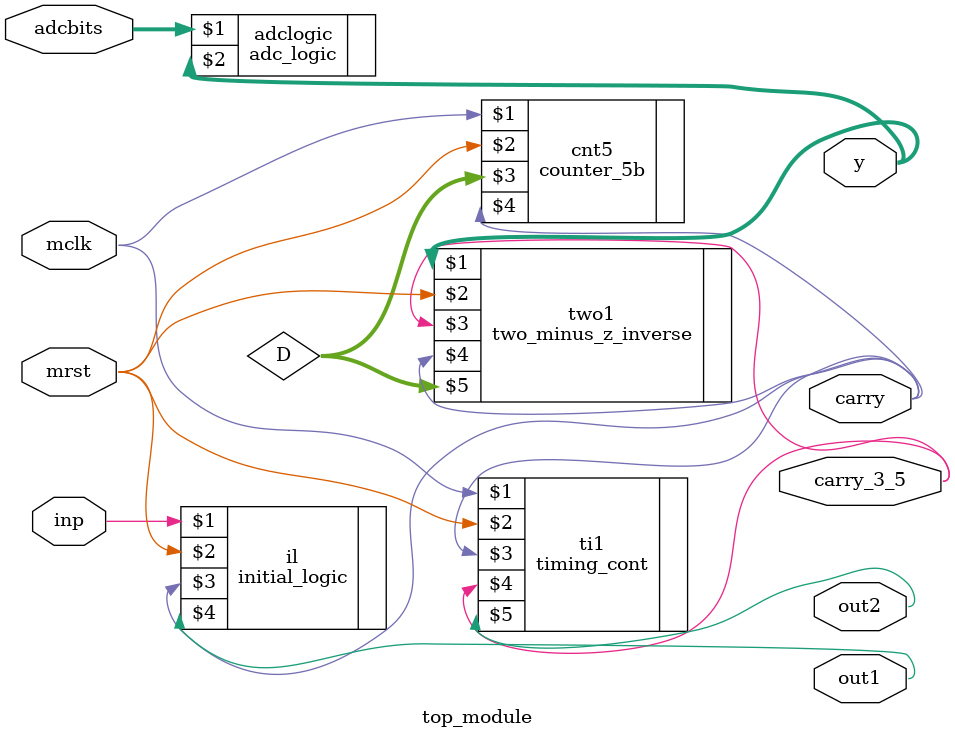
<source format=v>
`timescale 1us / 1ns


module top_module (
    adcbits,
    mclk,
    mrst,
    inp,
    y,
    out2,
    carry,
    carry_3_5,
    out1
);

input [4:0] adcbits;
input mclk;
input mrst;
input inp;
output out2;
output carry;
output carry_3_5;
output [4:0] y;
output out1;

wire [4:0] adcbits;
wire mclk;
wire mrst;
wire inp;
wire carry;
wire carry_3_5;
wire out2;
wire [4:0] y;
wire out1;

// Intermediate Wires
wire [4:0] D;

adc_logic adclogic(adcbits,y);

two_minus_z_inverse two1(y,mrst,carry_3_5,carry,D);

counter_5b cnt5(mclk,mrst,D,carry);

timing_cont ti1(mclk,mrst,carry,carry_3_5,out2);

initial_logic il(inp,mrst,carry,out1);

endmodule
</source>
